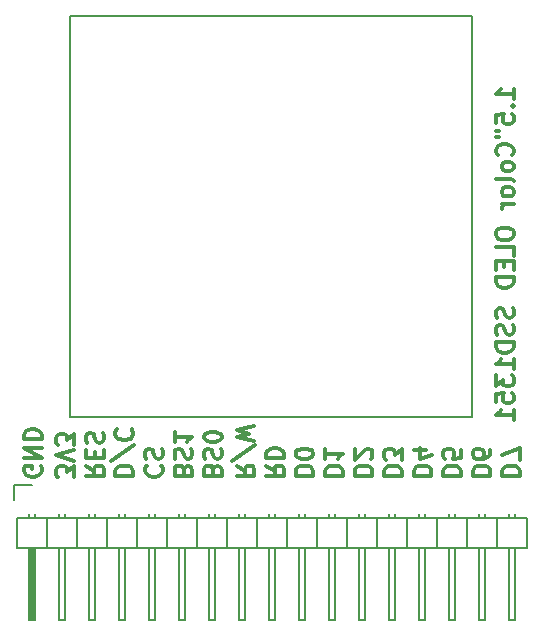
<source format=gbo>
G04 #@! TF.GenerationSoftware,KiCad,Pcbnew,(2017-01-24 revision 0b6147e)-makepkg*
G04 #@! TF.CreationDate,2017-04-22T21:53:28-07:00*
G04 #@! TF.ProjectId,OLED_1.5_128X128_breakout,4F4C45445F312E355F31323858313238,rev?*
G04 #@! TF.FileFunction,Legend,Bot*
G04 #@! TF.FilePolarity,Positive*
%FSLAX46Y46*%
G04 Gerber Fmt 4.6, Leading zero omitted, Abs format (unit mm)*
G04 Created by KiCad (PCBNEW (2017-01-24 revision 0b6147e)-makepkg) date 04/22/17 21:53:28*
%MOMM*%
%LPD*%
G01*
G04 APERTURE LIST*
%ADD10C,0.100000*%
%ADD11C,0.300000*%
%ADD12C,0.200000*%
%ADD13C,0.150000*%
%ADD14R,2.127200X2.432000*%
%ADD15O,2.127200X2.432000*%
%ADD16C,3.100000*%
G04 APERTURE END LIST*
D10*
D11*
X92528571Y-55021428D02*
X92528571Y-54164285D01*
X92528571Y-54592857D02*
X91028571Y-54592857D01*
X91242857Y-54449999D01*
X91385714Y-54307142D01*
X91457142Y-54164285D01*
X92385714Y-55664285D02*
X92457142Y-55735714D01*
X92528571Y-55664285D01*
X92457142Y-55592857D01*
X92385714Y-55664285D01*
X92528571Y-55664285D01*
X91028571Y-57092857D02*
X91028571Y-56378571D01*
X91742857Y-56307142D01*
X91671428Y-56378571D01*
X91600000Y-56521428D01*
X91600000Y-56878571D01*
X91671428Y-57021428D01*
X91742857Y-57092857D01*
X91885714Y-57164285D01*
X92242857Y-57164285D01*
X92385714Y-57092857D01*
X92457142Y-57021428D01*
X92528571Y-56878571D01*
X92528571Y-56521428D01*
X92457142Y-56378571D01*
X92385714Y-56307142D01*
X91028571Y-57735714D02*
X91314285Y-57735714D01*
X91028571Y-58307142D02*
X91314285Y-58307142D01*
X92385714Y-59807142D02*
X92457142Y-59735714D01*
X92528571Y-59521428D01*
X92528571Y-59378571D01*
X92457142Y-59164285D01*
X92314285Y-59021428D01*
X92171428Y-58949999D01*
X91885714Y-58878571D01*
X91671428Y-58878571D01*
X91385714Y-58949999D01*
X91242857Y-59021428D01*
X91100000Y-59164285D01*
X91028571Y-59378571D01*
X91028571Y-59521428D01*
X91100000Y-59735714D01*
X91171428Y-59807142D01*
X92528571Y-60664285D02*
X92457142Y-60521428D01*
X92385714Y-60449999D01*
X92242857Y-60378571D01*
X91814285Y-60378571D01*
X91671428Y-60449999D01*
X91600000Y-60521428D01*
X91528571Y-60664285D01*
X91528571Y-60878571D01*
X91600000Y-61021428D01*
X91671428Y-61092857D01*
X91814285Y-61164285D01*
X92242857Y-61164285D01*
X92385714Y-61092857D01*
X92457142Y-61021428D01*
X92528571Y-60878571D01*
X92528571Y-60664285D01*
X92528571Y-62021428D02*
X92457142Y-61878571D01*
X92314285Y-61807142D01*
X91028571Y-61807142D01*
X92528571Y-62807142D02*
X92457142Y-62664285D01*
X92385714Y-62592857D01*
X92242857Y-62521428D01*
X91814285Y-62521428D01*
X91671428Y-62592857D01*
X91600000Y-62664285D01*
X91528571Y-62807142D01*
X91528571Y-63021428D01*
X91600000Y-63164285D01*
X91671428Y-63235714D01*
X91814285Y-63307142D01*
X92242857Y-63307142D01*
X92385714Y-63235714D01*
X92457142Y-63164285D01*
X92528571Y-63021428D01*
X92528571Y-62807142D01*
X92528571Y-63950000D02*
X91528571Y-63950000D01*
X91814285Y-63950000D02*
X91671428Y-64021428D01*
X91600000Y-64092857D01*
X91528571Y-64235714D01*
X91528571Y-64378571D01*
X91028571Y-66307142D02*
X91028571Y-66592857D01*
X91100000Y-66735714D01*
X91242857Y-66878571D01*
X91528571Y-66949999D01*
X92028571Y-66949999D01*
X92314285Y-66878571D01*
X92457142Y-66735714D01*
X92528571Y-66592857D01*
X92528571Y-66307142D01*
X92457142Y-66164285D01*
X92314285Y-66021428D01*
X92028571Y-65949999D01*
X91528571Y-65949999D01*
X91242857Y-66021428D01*
X91100000Y-66164285D01*
X91028571Y-66307142D01*
X92528571Y-68307142D02*
X92528571Y-67592857D01*
X91028571Y-67592857D01*
X91742857Y-68807142D02*
X91742857Y-69307142D01*
X92528571Y-69521428D02*
X92528571Y-68807142D01*
X91028571Y-68807142D01*
X91028571Y-69521428D01*
X92528571Y-70164285D02*
X91028571Y-70164285D01*
X91028571Y-70521428D01*
X91100000Y-70735714D01*
X91242857Y-70878571D01*
X91385714Y-70949999D01*
X91671428Y-71021428D01*
X91885714Y-71021428D01*
X92171428Y-70949999D01*
X92314285Y-70878571D01*
X92457142Y-70735714D01*
X92528571Y-70521428D01*
X92528571Y-70164285D01*
X92457142Y-72735714D02*
X92528571Y-72949999D01*
X92528571Y-73307142D01*
X92457142Y-73449999D01*
X92385714Y-73521428D01*
X92242857Y-73592857D01*
X92100000Y-73592857D01*
X91957142Y-73521428D01*
X91885714Y-73449999D01*
X91814285Y-73307142D01*
X91742857Y-73021428D01*
X91671428Y-72878571D01*
X91600000Y-72807142D01*
X91457142Y-72735714D01*
X91314285Y-72735714D01*
X91171428Y-72807142D01*
X91100000Y-72878571D01*
X91028571Y-73021428D01*
X91028571Y-73378571D01*
X91100000Y-73592857D01*
X92457142Y-74164285D02*
X92528571Y-74378571D01*
X92528571Y-74735714D01*
X92457142Y-74878571D01*
X92385714Y-74949999D01*
X92242857Y-75021428D01*
X92100000Y-75021428D01*
X91957142Y-74949999D01*
X91885714Y-74878571D01*
X91814285Y-74735714D01*
X91742857Y-74449999D01*
X91671428Y-74307142D01*
X91600000Y-74235714D01*
X91457142Y-74164285D01*
X91314285Y-74164285D01*
X91171428Y-74235714D01*
X91100000Y-74307142D01*
X91028571Y-74449999D01*
X91028571Y-74807142D01*
X91100000Y-75021428D01*
X92528571Y-75664285D02*
X91028571Y-75664285D01*
X91028571Y-76021428D01*
X91100000Y-76235714D01*
X91242857Y-76378571D01*
X91385714Y-76449999D01*
X91671428Y-76521428D01*
X91885714Y-76521428D01*
X92171428Y-76449999D01*
X92314285Y-76378571D01*
X92457142Y-76235714D01*
X92528571Y-76021428D01*
X92528571Y-75664285D01*
X92528571Y-77949999D02*
X92528571Y-77092857D01*
X92528571Y-77521428D02*
X91028571Y-77521428D01*
X91242857Y-77378571D01*
X91385714Y-77235714D01*
X91457142Y-77092857D01*
X91028571Y-78449999D02*
X91028571Y-79378571D01*
X91600000Y-78878571D01*
X91600000Y-79092857D01*
X91671428Y-79235714D01*
X91742857Y-79307142D01*
X91885714Y-79378571D01*
X92242857Y-79378571D01*
X92385714Y-79307142D01*
X92457142Y-79235714D01*
X92528571Y-79092857D01*
X92528571Y-78664285D01*
X92457142Y-78521428D01*
X92385714Y-78449999D01*
X91028571Y-80735714D02*
X91028571Y-80021428D01*
X91742857Y-79949999D01*
X91671428Y-80021428D01*
X91600000Y-80164285D01*
X91600000Y-80521428D01*
X91671428Y-80664285D01*
X91742857Y-80735714D01*
X91885714Y-80807142D01*
X92242857Y-80807142D01*
X92385714Y-80735714D01*
X92457142Y-80664285D01*
X92528571Y-80521428D01*
X92528571Y-80164285D01*
X92457142Y-80021428D01*
X92385714Y-79949999D01*
X92528571Y-82235714D02*
X92528571Y-81378571D01*
X92528571Y-81807142D02*
X91028571Y-81807142D01*
X91242857Y-81664285D01*
X91385714Y-81521428D01*
X91457142Y-81378571D01*
X52500000Y-86162142D02*
X52571428Y-86305000D01*
X52571428Y-86519285D01*
X52500000Y-86733571D01*
X52357142Y-86876428D01*
X52214285Y-86947857D01*
X51928571Y-87019285D01*
X51714285Y-87019285D01*
X51428571Y-86947857D01*
X51285714Y-86876428D01*
X51142857Y-86733571D01*
X51071428Y-86519285D01*
X51071428Y-86376428D01*
X51142857Y-86162142D01*
X51214285Y-86090714D01*
X51714285Y-86090714D01*
X51714285Y-86376428D01*
X51071428Y-85447857D02*
X52571428Y-85447857D01*
X51071428Y-84590714D01*
X52571428Y-84590714D01*
X51071428Y-83876428D02*
X52571428Y-83876428D01*
X52571428Y-83519285D01*
X52500000Y-83305000D01*
X52357142Y-83162142D01*
X52214285Y-83090714D01*
X51928571Y-83019285D01*
X51714285Y-83019285D01*
X51428571Y-83090714D01*
X51285714Y-83162142D01*
X51142857Y-83305000D01*
X51071428Y-83519285D01*
X51071428Y-83876428D01*
X55321428Y-87090714D02*
X55321428Y-86162142D01*
X54750000Y-86662142D01*
X54750000Y-86447857D01*
X54678571Y-86305000D01*
X54607142Y-86233571D01*
X54464285Y-86162142D01*
X54107142Y-86162142D01*
X53964285Y-86233571D01*
X53892857Y-86305000D01*
X53821428Y-86447857D01*
X53821428Y-86876428D01*
X53892857Y-87019285D01*
X53964285Y-87090714D01*
X55321428Y-85733571D02*
X53821428Y-85233571D01*
X55321428Y-84733571D01*
X55321428Y-84376428D02*
X55321428Y-83447857D01*
X54750000Y-83947857D01*
X54750000Y-83733571D01*
X54678571Y-83590714D01*
X54607142Y-83519285D01*
X54464285Y-83447857D01*
X54107142Y-83447857D01*
X53964285Y-83519285D01*
X53892857Y-83590714D01*
X53821428Y-83733571D01*
X53821428Y-84162142D01*
X53892857Y-84305000D01*
X53964285Y-84376428D01*
X56321428Y-86090714D02*
X57035714Y-86590714D01*
X56321428Y-86947857D02*
X57821428Y-86947857D01*
X57821428Y-86376428D01*
X57750000Y-86233571D01*
X57678571Y-86162142D01*
X57535714Y-86090714D01*
X57321428Y-86090714D01*
X57178571Y-86162142D01*
X57107142Y-86233571D01*
X57035714Y-86376428D01*
X57035714Y-86947857D01*
X57107142Y-85447857D02*
X57107142Y-84947857D01*
X56321428Y-84733571D02*
X56321428Y-85447857D01*
X57821428Y-85447857D01*
X57821428Y-84733571D01*
X56392857Y-84162142D02*
X56321428Y-83947857D01*
X56321428Y-83590714D01*
X56392857Y-83447857D01*
X56464285Y-83376428D01*
X56607142Y-83305000D01*
X56750000Y-83305000D01*
X56892857Y-83376428D01*
X56964285Y-83447857D01*
X57035714Y-83590714D01*
X57107142Y-83876428D01*
X57178571Y-84019285D01*
X57250000Y-84090714D01*
X57392857Y-84162142D01*
X57535714Y-84162142D01*
X57678571Y-84090714D01*
X57750000Y-84019285D01*
X57821428Y-83876428D01*
X57821428Y-83519285D01*
X57750000Y-83305000D01*
X58821428Y-86947857D02*
X60321428Y-86947857D01*
X60321428Y-86590714D01*
X60250000Y-86376428D01*
X60107142Y-86233571D01*
X59964285Y-86162142D01*
X59678571Y-86090714D01*
X59464285Y-86090714D01*
X59178571Y-86162142D01*
X59035714Y-86233571D01*
X58892857Y-86376428D01*
X58821428Y-86590714D01*
X58821428Y-86947857D01*
X60392857Y-84376428D02*
X58464285Y-85662142D01*
X58964285Y-83019285D02*
X58892857Y-83090714D01*
X58821428Y-83305000D01*
X58821428Y-83447857D01*
X58892857Y-83662142D01*
X59035714Y-83805000D01*
X59178571Y-83876428D01*
X59464285Y-83947857D01*
X59678571Y-83947857D01*
X59964285Y-83876428D01*
X60107142Y-83805000D01*
X60250000Y-83662142D01*
X60321428Y-83447857D01*
X60321428Y-83305000D01*
X60250000Y-83090714D01*
X60178571Y-83019285D01*
X61464285Y-86090714D02*
X61392857Y-86162142D01*
X61321428Y-86376428D01*
X61321428Y-86519285D01*
X61392857Y-86733571D01*
X61535714Y-86876428D01*
X61678571Y-86947857D01*
X61964285Y-87019285D01*
X62178571Y-87019285D01*
X62464285Y-86947857D01*
X62607142Y-86876428D01*
X62750000Y-86733571D01*
X62821428Y-86519285D01*
X62821428Y-86376428D01*
X62750000Y-86162142D01*
X62678571Y-86090714D01*
X61392857Y-85519285D02*
X61321428Y-85305000D01*
X61321428Y-84947857D01*
X61392857Y-84805000D01*
X61464285Y-84733571D01*
X61607142Y-84662142D01*
X61750000Y-84662142D01*
X61892857Y-84733571D01*
X61964285Y-84805000D01*
X62035714Y-84947857D01*
X62107142Y-85233571D01*
X62178571Y-85376428D01*
X62250000Y-85447857D01*
X62392857Y-85519285D01*
X62535714Y-85519285D01*
X62678571Y-85447857D01*
X62750000Y-85376428D01*
X62821428Y-85233571D01*
X62821428Y-84876428D01*
X62750000Y-84662142D01*
X64607142Y-86447857D02*
X64535714Y-86233571D01*
X64464285Y-86162142D01*
X64321428Y-86090714D01*
X64107142Y-86090714D01*
X63964285Y-86162142D01*
X63892857Y-86233571D01*
X63821428Y-86376428D01*
X63821428Y-86947857D01*
X65321428Y-86947857D01*
X65321428Y-86447857D01*
X65250000Y-86305000D01*
X65178571Y-86233571D01*
X65035714Y-86162142D01*
X64892857Y-86162142D01*
X64750000Y-86233571D01*
X64678571Y-86305000D01*
X64607142Y-86447857D01*
X64607142Y-86947857D01*
X63892857Y-85519285D02*
X63821428Y-85305000D01*
X63821428Y-84947857D01*
X63892857Y-84805000D01*
X63964285Y-84733571D01*
X64107142Y-84662142D01*
X64250000Y-84662142D01*
X64392857Y-84733571D01*
X64464285Y-84805000D01*
X64535714Y-84947857D01*
X64607142Y-85233571D01*
X64678571Y-85376428D01*
X64750000Y-85447857D01*
X64892857Y-85519285D01*
X65035714Y-85519285D01*
X65178571Y-85447857D01*
X65250000Y-85376428D01*
X65321428Y-85233571D01*
X65321428Y-84876428D01*
X65250000Y-84662142D01*
X63821428Y-83233571D02*
X63821428Y-84090714D01*
X63821428Y-83662142D02*
X65321428Y-83662142D01*
X65107142Y-83805000D01*
X64964285Y-83947857D01*
X64892857Y-84090714D01*
X67107142Y-86447857D02*
X67035714Y-86233571D01*
X66964285Y-86162142D01*
X66821428Y-86090714D01*
X66607142Y-86090714D01*
X66464285Y-86162142D01*
X66392857Y-86233571D01*
X66321428Y-86376428D01*
X66321428Y-86947857D01*
X67821428Y-86947857D01*
X67821428Y-86447857D01*
X67750000Y-86305000D01*
X67678571Y-86233571D01*
X67535714Y-86162142D01*
X67392857Y-86162142D01*
X67250000Y-86233571D01*
X67178571Y-86305000D01*
X67107142Y-86447857D01*
X67107142Y-86947857D01*
X66392857Y-85519285D02*
X66321428Y-85305000D01*
X66321428Y-84947857D01*
X66392857Y-84805000D01*
X66464285Y-84733571D01*
X66607142Y-84662142D01*
X66750000Y-84662142D01*
X66892857Y-84733571D01*
X66964285Y-84805000D01*
X67035714Y-84947857D01*
X67107142Y-85233571D01*
X67178571Y-85376428D01*
X67250000Y-85447857D01*
X67392857Y-85519285D01*
X67535714Y-85519285D01*
X67678571Y-85447857D01*
X67750000Y-85376428D01*
X67821428Y-85233571D01*
X67821428Y-84876428D01*
X67750000Y-84662142D01*
X67821428Y-83733571D02*
X67821428Y-83590714D01*
X67750000Y-83447857D01*
X67678571Y-83376428D01*
X67535714Y-83305000D01*
X67250000Y-83233571D01*
X66892857Y-83233571D01*
X66607142Y-83305000D01*
X66464285Y-83376428D01*
X66392857Y-83447857D01*
X66321428Y-83590714D01*
X66321428Y-83733571D01*
X66392857Y-83876428D01*
X66464285Y-83947857D01*
X66607142Y-84019285D01*
X66892857Y-84090714D01*
X67250000Y-84090714D01*
X67535714Y-84019285D01*
X67678571Y-83947857D01*
X67750000Y-83876428D01*
X67821428Y-83733571D01*
X69071428Y-86090714D02*
X69785714Y-86590714D01*
X69071428Y-86947857D02*
X70571428Y-86947857D01*
X70571428Y-86376428D01*
X70500000Y-86233571D01*
X70428571Y-86162142D01*
X70285714Y-86090714D01*
X70071428Y-86090714D01*
X69928571Y-86162142D01*
X69857142Y-86233571D01*
X69785714Y-86376428D01*
X69785714Y-86947857D01*
X70642857Y-84376428D02*
X68714285Y-85662142D01*
X70571428Y-84019285D02*
X69071428Y-83662142D01*
X70142857Y-83376428D01*
X69071428Y-83090714D01*
X70571428Y-82733571D01*
X71571428Y-86090714D02*
X72285714Y-86590714D01*
X71571428Y-86947857D02*
X73071428Y-86947857D01*
X73071428Y-86376428D01*
X73000000Y-86233571D01*
X72928571Y-86162142D01*
X72785714Y-86090714D01*
X72571428Y-86090714D01*
X72428571Y-86162142D01*
X72357142Y-86233571D01*
X72285714Y-86376428D01*
X72285714Y-86947857D01*
X71571428Y-85447857D02*
X73071428Y-85447857D01*
X73071428Y-85090714D01*
X73000000Y-84876428D01*
X72857142Y-84733571D01*
X72714285Y-84662142D01*
X72428571Y-84590714D01*
X72214285Y-84590714D01*
X71928571Y-84662142D01*
X71785714Y-84733571D01*
X71642857Y-84876428D01*
X71571428Y-85090714D01*
X71571428Y-85447857D01*
X91571428Y-86947857D02*
X93071428Y-86947857D01*
X93071428Y-86590714D01*
X93000000Y-86376428D01*
X92857142Y-86233571D01*
X92714285Y-86162142D01*
X92428571Y-86090714D01*
X92214285Y-86090714D01*
X91928571Y-86162142D01*
X91785714Y-86233571D01*
X91642857Y-86376428D01*
X91571428Y-86590714D01*
X91571428Y-86947857D01*
X93071428Y-85590714D02*
X93071428Y-84590714D01*
X91571428Y-85233571D01*
X89071428Y-86947857D02*
X90571428Y-86947857D01*
X90571428Y-86590714D01*
X90500000Y-86376428D01*
X90357142Y-86233571D01*
X90214285Y-86162142D01*
X89928571Y-86090714D01*
X89714285Y-86090714D01*
X89428571Y-86162142D01*
X89285714Y-86233571D01*
X89142857Y-86376428D01*
X89071428Y-86590714D01*
X89071428Y-86947857D01*
X90571428Y-84805000D02*
X90571428Y-85090714D01*
X90500000Y-85233571D01*
X90428571Y-85305000D01*
X90214285Y-85447857D01*
X89928571Y-85519285D01*
X89357142Y-85519285D01*
X89214285Y-85447857D01*
X89142857Y-85376428D01*
X89071428Y-85233571D01*
X89071428Y-84947857D01*
X89142857Y-84805000D01*
X89214285Y-84733571D01*
X89357142Y-84662142D01*
X89714285Y-84662142D01*
X89857142Y-84733571D01*
X89928571Y-84805000D01*
X90000000Y-84947857D01*
X90000000Y-85233571D01*
X89928571Y-85376428D01*
X89857142Y-85447857D01*
X89714285Y-85519285D01*
X86571428Y-86947857D02*
X88071428Y-86947857D01*
X88071428Y-86590714D01*
X88000000Y-86376428D01*
X87857142Y-86233571D01*
X87714285Y-86162142D01*
X87428571Y-86090714D01*
X87214285Y-86090714D01*
X86928571Y-86162142D01*
X86785714Y-86233571D01*
X86642857Y-86376428D01*
X86571428Y-86590714D01*
X86571428Y-86947857D01*
X88071428Y-84733571D02*
X88071428Y-85447857D01*
X87357142Y-85519285D01*
X87428571Y-85447857D01*
X87500000Y-85305000D01*
X87500000Y-84947857D01*
X87428571Y-84805000D01*
X87357142Y-84733571D01*
X87214285Y-84662142D01*
X86857142Y-84662142D01*
X86714285Y-84733571D01*
X86642857Y-84805000D01*
X86571428Y-84947857D01*
X86571428Y-85305000D01*
X86642857Y-85447857D01*
X86714285Y-85519285D01*
X84071428Y-86947857D02*
X85571428Y-86947857D01*
X85571428Y-86590714D01*
X85500000Y-86376428D01*
X85357142Y-86233571D01*
X85214285Y-86162142D01*
X84928571Y-86090714D01*
X84714285Y-86090714D01*
X84428571Y-86162142D01*
X84285714Y-86233571D01*
X84142857Y-86376428D01*
X84071428Y-86590714D01*
X84071428Y-86947857D01*
X85071428Y-84805000D02*
X84071428Y-84805000D01*
X85642857Y-85162142D02*
X84571428Y-85519285D01*
X84571428Y-84590714D01*
X81571428Y-86947857D02*
X83071428Y-86947857D01*
X83071428Y-86590714D01*
X83000000Y-86376428D01*
X82857142Y-86233571D01*
X82714285Y-86162142D01*
X82428571Y-86090714D01*
X82214285Y-86090714D01*
X81928571Y-86162142D01*
X81785714Y-86233571D01*
X81642857Y-86376428D01*
X81571428Y-86590714D01*
X81571428Y-86947857D01*
X83071428Y-85590714D02*
X83071428Y-84662142D01*
X82500000Y-85162142D01*
X82500000Y-84947857D01*
X82428571Y-84805000D01*
X82357142Y-84733571D01*
X82214285Y-84662142D01*
X81857142Y-84662142D01*
X81714285Y-84733571D01*
X81642857Y-84805000D01*
X81571428Y-84947857D01*
X81571428Y-85376428D01*
X81642857Y-85519285D01*
X81714285Y-85590714D01*
X79071428Y-86947857D02*
X80571428Y-86947857D01*
X80571428Y-86590714D01*
X80500000Y-86376428D01*
X80357142Y-86233571D01*
X80214285Y-86162142D01*
X79928571Y-86090714D01*
X79714285Y-86090714D01*
X79428571Y-86162142D01*
X79285714Y-86233571D01*
X79142857Y-86376428D01*
X79071428Y-86590714D01*
X79071428Y-86947857D01*
X80428571Y-85519285D02*
X80500000Y-85447857D01*
X80571428Y-85305000D01*
X80571428Y-84947857D01*
X80500000Y-84805000D01*
X80428571Y-84733571D01*
X80285714Y-84662142D01*
X80142857Y-84662142D01*
X79928571Y-84733571D01*
X79071428Y-85590714D01*
X79071428Y-84662142D01*
X76571428Y-86947857D02*
X78071428Y-86947857D01*
X78071428Y-86590714D01*
X78000000Y-86376428D01*
X77857142Y-86233571D01*
X77714285Y-86162142D01*
X77428571Y-86090714D01*
X77214285Y-86090714D01*
X76928571Y-86162142D01*
X76785714Y-86233571D01*
X76642857Y-86376428D01*
X76571428Y-86590714D01*
X76571428Y-86947857D01*
X76571428Y-84662142D02*
X76571428Y-85519285D01*
X76571428Y-85090714D02*
X78071428Y-85090714D01*
X77857142Y-85233571D01*
X77714285Y-85376428D01*
X77642857Y-85519285D01*
X74071428Y-86947857D02*
X75571428Y-86947857D01*
X75571428Y-86590714D01*
X75500000Y-86376428D01*
X75357142Y-86233571D01*
X75214285Y-86162142D01*
X74928571Y-86090714D01*
X74714285Y-86090714D01*
X74428571Y-86162142D01*
X74285714Y-86233571D01*
X74142857Y-86376428D01*
X74071428Y-86590714D01*
X74071428Y-86947857D01*
X75571428Y-85162142D02*
X75571428Y-85019285D01*
X75500000Y-84876428D01*
X75428571Y-84805000D01*
X75285714Y-84733571D01*
X75000000Y-84662142D01*
X74642857Y-84662142D01*
X74357142Y-84733571D01*
X74214285Y-84805000D01*
X74142857Y-84876428D01*
X74071428Y-85019285D01*
X74071428Y-85162142D01*
X74142857Y-85305000D01*
X74214285Y-85376428D01*
X74357142Y-85447857D01*
X74642857Y-85519285D01*
X75000000Y-85519285D01*
X75285714Y-85447857D01*
X75428571Y-85376428D01*
X75500000Y-85305000D01*
X75571428Y-85162142D01*
D12*
X55000000Y-82000000D02*
X55000000Y-48000000D01*
X89000000Y-82000000D02*
X55000000Y-82000000D01*
X89000000Y-48000000D02*
X89000000Y-82000000D01*
X55000000Y-48000000D02*
X89000000Y-48000000D01*
D13*
X50210000Y-87700000D02*
X51760000Y-87700000D01*
X50210000Y-89000000D02*
X50210000Y-87700000D01*
X51633000Y-93191000D02*
X51633000Y-99033000D01*
X51633000Y-99033000D02*
X51887000Y-99033000D01*
X51887000Y-99033000D02*
X51887000Y-93191000D01*
X51887000Y-93191000D02*
X51760000Y-93191000D01*
X51760000Y-93191000D02*
X51760000Y-99033000D01*
X71826000Y-90524000D02*
X71826000Y-90143000D01*
X72334000Y-90524000D02*
X72334000Y-90143000D01*
X74366000Y-90524000D02*
X74366000Y-90143000D01*
X74874000Y-90524000D02*
X74874000Y-90143000D01*
X76906000Y-90524000D02*
X76906000Y-90143000D01*
X77414000Y-90524000D02*
X77414000Y-90143000D01*
X79446000Y-90524000D02*
X79446000Y-90143000D01*
X79954000Y-90524000D02*
X79954000Y-90143000D01*
X90114000Y-90524000D02*
X90114000Y-90143000D01*
X89606000Y-90524000D02*
X89606000Y-90143000D01*
X87574000Y-90524000D02*
X87574000Y-90143000D01*
X87066000Y-90524000D02*
X87066000Y-90143000D01*
X85034000Y-90524000D02*
X85034000Y-90143000D01*
X84526000Y-90524000D02*
X84526000Y-90143000D01*
X82494000Y-90524000D02*
X82494000Y-90143000D01*
X81986000Y-90524000D02*
X81986000Y-90143000D01*
X92654000Y-90524000D02*
X92654000Y-90143000D01*
X92146000Y-90524000D02*
X92146000Y-90143000D01*
X51506000Y-90524000D02*
X51506000Y-90143000D01*
X52014000Y-90524000D02*
X52014000Y-90143000D01*
X54046000Y-90524000D02*
X54046000Y-90143000D01*
X54554000Y-90524000D02*
X54554000Y-90143000D01*
X56586000Y-90524000D02*
X56586000Y-90143000D01*
X57094000Y-90524000D02*
X57094000Y-90143000D01*
X59126000Y-90524000D02*
X59126000Y-90143000D01*
X59634000Y-90524000D02*
X59634000Y-90143000D01*
X69794000Y-90524000D02*
X69794000Y-90143000D01*
X69286000Y-90524000D02*
X69286000Y-90143000D01*
X67254000Y-90524000D02*
X67254000Y-90143000D01*
X66746000Y-90524000D02*
X66746000Y-90143000D01*
X64714000Y-90524000D02*
X64714000Y-90143000D01*
X64206000Y-90524000D02*
X64206000Y-90143000D01*
X62174000Y-90524000D02*
X62174000Y-90143000D01*
X61666000Y-90524000D02*
X61666000Y-90143000D01*
X68270000Y-90524000D02*
X68270000Y-93064000D01*
X68270000Y-90524000D02*
X70810000Y-90524000D01*
X70810000Y-90524000D02*
X70810000Y-93064000D01*
X69286000Y-93064000D02*
X69286000Y-99160000D01*
X69286000Y-99160000D02*
X69794000Y-99160000D01*
X69794000Y-99160000D02*
X69794000Y-93064000D01*
X70810000Y-93064000D02*
X68270000Y-93064000D01*
X73350000Y-93064000D02*
X70810000Y-93064000D01*
X72334000Y-99160000D02*
X72334000Y-93064000D01*
X71826000Y-99160000D02*
X72334000Y-99160000D01*
X71826000Y-93064000D02*
X71826000Y-99160000D01*
X73350000Y-90524000D02*
X73350000Y-93064000D01*
X70810000Y-90524000D02*
X73350000Y-90524000D01*
X70810000Y-90524000D02*
X70810000Y-93064000D01*
X75890000Y-90524000D02*
X75890000Y-93064000D01*
X75890000Y-90524000D02*
X78430000Y-90524000D01*
X78430000Y-90524000D02*
X78430000Y-93064000D01*
X76906000Y-93064000D02*
X76906000Y-99160000D01*
X76906000Y-99160000D02*
X77414000Y-99160000D01*
X77414000Y-99160000D02*
X77414000Y-93064000D01*
X78430000Y-93064000D02*
X75890000Y-93064000D01*
X75890000Y-93064000D02*
X73350000Y-93064000D01*
X74874000Y-99160000D02*
X74874000Y-93064000D01*
X74366000Y-99160000D02*
X74874000Y-99160000D01*
X74366000Y-93064000D02*
X74366000Y-99160000D01*
X75890000Y-90524000D02*
X75890000Y-93064000D01*
X73350000Y-90524000D02*
X75890000Y-90524000D01*
X73350000Y-90524000D02*
X73350000Y-93064000D01*
X83510000Y-90524000D02*
X83510000Y-93064000D01*
X83510000Y-90524000D02*
X86050000Y-90524000D01*
X86050000Y-90524000D02*
X86050000Y-93064000D01*
X84526000Y-93064000D02*
X84526000Y-99160000D01*
X84526000Y-99160000D02*
X85034000Y-99160000D01*
X85034000Y-99160000D02*
X85034000Y-93064000D01*
X86050000Y-93064000D02*
X83510000Y-93064000D01*
X88590000Y-93064000D02*
X86050000Y-93064000D01*
X87574000Y-99160000D02*
X87574000Y-93064000D01*
X87066000Y-99160000D02*
X87574000Y-99160000D01*
X87066000Y-93064000D02*
X87066000Y-99160000D01*
X88590000Y-90524000D02*
X88590000Y-93064000D01*
X86050000Y-90524000D02*
X88590000Y-90524000D01*
X86050000Y-90524000D02*
X86050000Y-93064000D01*
X80970000Y-90524000D02*
X80970000Y-93064000D01*
X80970000Y-90524000D02*
X83510000Y-90524000D01*
X83510000Y-90524000D02*
X83510000Y-93064000D01*
X81986000Y-93064000D02*
X81986000Y-99160000D01*
X81986000Y-99160000D02*
X82494000Y-99160000D01*
X82494000Y-99160000D02*
X82494000Y-93064000D01*
X83510000Y-93064000D02*
X80970000Y-93064000D01*
X80970000Y-93064000D02*
X78430000Y-93064000D01*
X79954000Y-99160000D02*
X79954000Y-93064000D01*
X79446000Y-99160000D02*
X79954000Y-99160000D01*
X79446000Y-93064000D02*
X79446000Y-99160000D01*
X80970000Y-90524000D02*
X80970000Y-93064000D01*
X78430000Y-90524000D02*
X80970000Y-90524000D01*
X78430000Y-90524000D02*
X78430000Y-93064000D01*
X91130000Y-90524000D02*
X91130000Y-93064000D01*
X91130000Y-90524000D02*
X93670000Y-90524000D01*
X93670000Y-90524000D02*
X93670000Y-93064000D01*
X92146000Y-93064000D02*
X92146000Y-99160000D01*
X92146000Y-99160000D02*
X92654000Y-99160000D01*
X92654000Y-99160000D02*
X92654000Y-93064000D01*
X93670000Y-93064000D02*
X91130000Y-93064000D01*
X91130000Y-93064000D02*
X88590000Y-93064000D01*
X90114000Y-99160000D02*
X90114000Y-93064000D01*
X89606000Y-99160000D02*
X90114000Y-99160000D01*
X89606000Y-93064000D02*
X89606000Y-99160000D01*
X91130000Y-90524000D02*
X91130000Y-93064000D01*
X88590000Y-90524000D02*
X91130000Y-90524000D01*
X88590000Y-90524000D02*
X88590000Y-93064000D01*
X53030000Y-93064000D02*
X50490000Y-93064000D01*
X52014000Y-99160000D02*
X52014000Y-93064000D01*
X51506000Y-99160000D02*
X52014000Y-99160000D01*
X51506000Y-93064000D02*
X51506000Y-99160000D01*
X53030000Y-90524000D02*
X53030000Y-93064000D01*
X50490000Y-90524000D02*
X53030000Y-90524000D01*
X50490000Y-90524000D02*
X50490000Y-93064000D01*
X55570000Y-90524000D02*
X55570000Y-93064000D01*
X55570000Y-90524000D02*
X58110000Y-90524000D01*
X58110000Y-90524000D02*
X58110000Y-93064000D01*
X56586000Y-93064000D02*
X56586000Y-99160000D01*
X56586000Y-99160000D02*
X57094000Y-99160000D01*
X57094000Y-99160000D02*
X57094000Y-93064000D01*
X58110000Y-93064000D02*
X55570000Y-93064000D01*
X55570000Y-93064000D02*
X53030000Y-93064000D01*
X54554000Y-99160000D02*
X54554000Y-93064000D01*
X54046000Y-99160000D02*
X54554000Y-99160000D01*
X54046000Y-93064000D02*
X54046000Y-99160000D01*
X55570000Y-90524000D02*
X55570000Y-93064000D01*
X53030000Y-90524000D02*
X55570000Y-90524000D01*
X53030000Y-90524000D02*
X53030000Y-93064000D01*
X63190000Y-90524000D02*
X63190000Y-93064000D01*
X63190000Y-90524000D02*
X65730000Y-90524000D01*
X65730000Y-90524000D02*
X65730000Y-93064000D01*
X64206000Y-93064000D02*
X64206000Y-99160000D01*
X64206000Y-99160000D02*
X64714000Y-99160000D01*
X64714000Y-99160000D02*
X64714000Y-93064000D01*
X65730000Y-93064000D02*
X63190000Y-93064000D01*
X68270000Y-93064000D02*
X65730000Y-93064000D01*
X67254000Y-99160000D02*
X67254000Y-93064000D01*
X66746000Y-99160000D02*
X67254000Y-99160000D01*
X66746000Y-93064000D02*
X66746000Y-99160000D01*
X68270000Y-90524000D02*
X68270000Y-93064000D01*
X65730000Y-90524000D02*
X68270000Y-90524000D01*
X65730000Y-90524000D02*
X65730000Y-93064000D01*
X60650000Y-90524000D02*
X60650000Y-93064000D01*
X60650000Y-90524000D02*
X63190000Y-90524000D01*
X63190000Y-90524000D02*
X63190000Y-93064000D01*
X61666000Y-93064000D02*
X61666000Y-99160000D01*
X61666000Y-99160000D02*
X62174000Y-99160000D01*
X62174000Y-99160000D02*
X62174000Y-93064000D01*
X63190000Y-93064000D02*
X60650000Y-93064000D01*
X60650000Y-93064000D02*
X58110000Y-93064000D01*
X59634000Y-99160000D02*
X59634000Y-93064000D01*
X59126000Y-99160000D02*
X59634000Y-99160000D01*
X59126000Y-93064000D02*
X59126000Y-99160000D01*
X60650000Y-90524000D02*
X60650000Y-93064000D01*
X58110000Y-90524000D02*
X60650000Y-90524000D01*
X58110000Y-90524000D02*
X58110000Y-93064000D01*
%LPC*%
D14*
X51760000Y-89000000D03*
D15*
X54300000Y-89000000D03*
X56840000Y-89000000D03*
X59380000Y-89000000D03*
X61920000Y-89000000D03*
X64460000Y-89000000D03*
X67000000Y-89000000D03*
X69540000Y-89000000D03*
X72080000Y-89000000D03*
X74620000Y-89000000D03*
X77160000Y-89000000D03*
X79700000Y-89000000D03*
X82240000Y-89000000D03*
X84780000Y-89000000D03*
X87320000Y-89000000D03*
X89860000Y-89000000D03*
X92400000Y-89000000D03*
D16*
X52250000Y-49250000D03*
X91750000Y-49250000D03*
M02*

</source>
